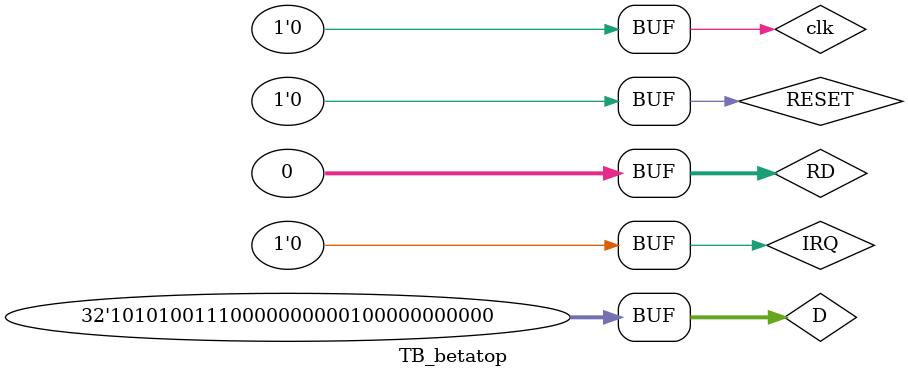
<source format=v>
`timescale 1ns / 1ps


module TB_betatop;

	// Inputs
	reg clk;
	reg RESET;
	reg IRQ;
	reg [31:0] D;
	reg [31:0] RD;

	// Outputs
	wire [31:0] IAdr;
	wire [31:0] Adr;
	wire [31:0] WD;
	wire MOE;
	wire MWR;

	// Instantiate the Unit Under Test (UUT)
	Beta_TOP uut (
		.clk(clk), 
		.RESET(RESET), 
		.IRQ(IRQ), 
		.D(D), 
		.RD(RD), 
		.IAdr(IAdr), 
		.Adr(Adr), 
		.WD(WD), 
		.MOE(MOE), 
		.MWR(MWR)
	);

	initial begin
		// Initialize Inputs
		clk = 0;	RESET = 1;	IRQ = 0;	D = 0;	RD = 0;	#10;
      clk = 1;	RESET = 1;	IRQ = 0;	D = 0;	RD = 0;	#10;
      clk = 0;	RESET = 0;	IRQ = 0;	D = 0;	RD = 0;	#10;
      D=32'h80400800;  
		#10;clk=~clk;#10;
		D=32'hA0600800;  
		#10;clk=~clk;#10;
		D=32'h90800800;  
		#10;clk=~clk;#10;
		D=32'h98A00800;  
		#10;clk=~clk;#10;
		D=32'h94c10800 ; 
		#10;clk=~clk;#10;
		D=32'h8CE00800;  
		#10;clk=~clk;#10;
		D=32'h89000800;  
		#10;clk=~clk;#10;
		D=32'ha5200800;  
		#10;clk=~clk;#10;
		D=32'hab1400800;  
		#10;clk=~clk;#10;
		D=32'ha5200800;  
		#10;clk=~clk;#10;
		D=32'hb5600800;  
		#10;clk=~clk;#10;
		D=32'hb9800800;  
		#10;clk=~clk;#10;
		D=32'h85a00800;  
		#10;clk=~clk;#10;
		D=32'ha9c00800;  
		#10;clk=~clk;#10;
		
		
		
		repeat(30)
		#10 clk=~clk;
        
		end
      
endmodule


</source>
